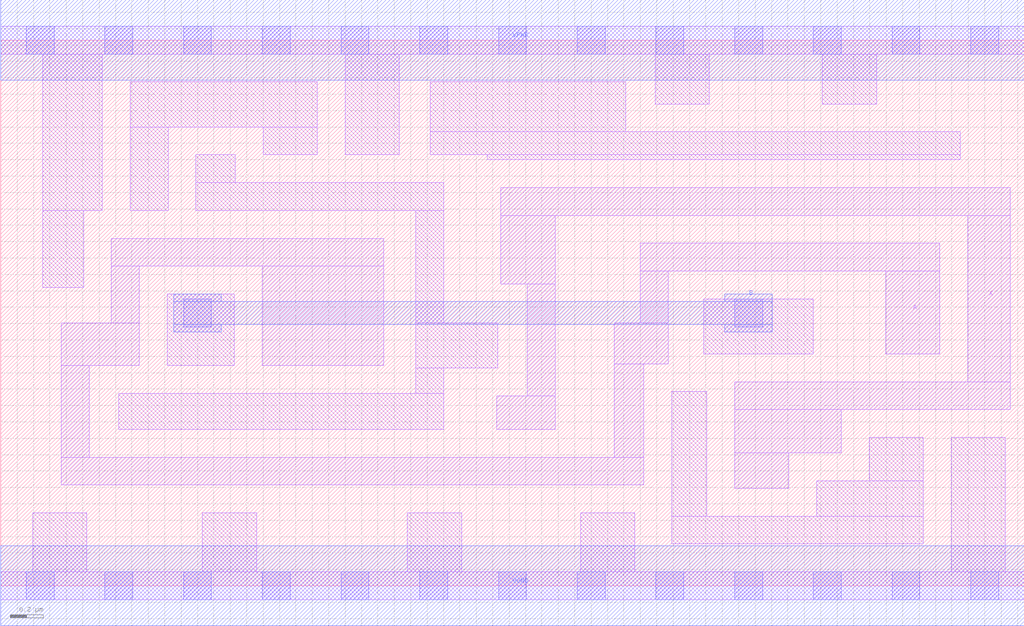
<source format=lef>
# Copyright 2020 The SkyWater PDK Authors
#
# Licensed under the Apache License, Version 2.0 (the "License");
# you may not use this file except in compliance with the License.
# You may obtain a copy of the License at
#
#     https://www.apache.org/licenses/LICENSE-2.0
#
# Unless required by applicable law or agreed to in writing, software
# distributed under the License is distributed on an "AS IS" BASIS,
# WITHOUT WARRANTIES OR CONDITIONS OF ANY KIND, either express or implied.
# See the License for the specific language governing permissions and
# limitations under the License.
#
# SPDX-License-Identifier: Apache-2.0

VERSION 5.7 ;
  NAMESCASESENSITIVE ON ;
  NOWIREEXTENSIONATPIN ON ;
  DIVIDERCHAR "/" ;
  BUSBITCHARS "[]" ;
UNITS
  DATABASE MICRONS 200 ;
END UNITS
MACRO sky130_fd_sc_lp__xor2_2
  CLASS CORE ;
  SOURCE USER ;
  FOREIGN sky130_fd_sc_lp__xor2_2 ;
  ORIGIN  0.000000  0.000000 ;
  SIZE  6.240000 BY  3.330000 ;
  SYMMETRY X Y R90 ;
  SITE unit ;
  PIN A
    ANTENNAGATEAREA  1.260000 ;
    DIRECTION INPUT ;
    USE SIGNAL ;
    PORT
      LAYER li1 ;
        RECT 0.370000 0.615000 3.920000 0.785000 ;
        RECT 0.370000 0.785000 0.540000 1.345000 ;
        RECT 0.370000 1.345000 0.845000 1.605000 ;
        RECT 0.675000 1.605000 0.845000 1.950000 ;
        RECT 0.675000 1.950000 2.335000 2.120000 ;
        RECT 1.595000 1.345000 2.335000 1.950000 ;
        RECT 3.740000 0.785000 3.920000 1.355000 ;
        RECT 3.740000 1.355000 4.070000 1.605000 ;
        RECT 3.900000 1.605000 4.070000 1.920000 ;
        RECT 3.900000 1.920000 5.725000 2.090000 ;
        RECT 5.395000 1.415000 5.725000 1.920000 ;
    END
  END A
  PIN B
    ANTENNAGATEAREA  1.260000 ;
    DIRECTION INPUT ;
    USE SIGNAL ;
    PORT
      LAYER met1 ;
        RECT 1.055000 1.550000 1.345000 1.595000 ;
        RECT 1.055000 1.595000 4.705000 1.735000 ;
        RECT 1.055000 1.735000 1.345000 1.780000 ;
        RECT 4.415000 1.550000 4.705000 1.595000 ;
        RECT 4.415000 1.735000 4.705000 1.780000 ;
    END
  END B
  PIN X
    ANTENNADIFFAREA  0.844200 ;
    DIRECTION OUTPUT ;
    USE SIGNAL ;
    PORT
      LAYER li1 ;
        RECT 3.025000 0.955000 3.380000 1.160000 ;
        RECT 3.050000 1.840000 3.380000 2.260000 ;
        RECT 3.050000 2.260000 6.155000 2.430000 ;
        RECT 3.210000 1.160000 3.380000 1.840000 ;
        RECT 4.475000 0.595000 4.805000 0.810000 ;
        RECT 4.475000 0.810000 5.125000 1.075000 ;
        RECT 4.475000 1.075000 6.155000 1.245000 ;
        RECT 5.895000 1.245000 6.155000 2.260000 ;
    END
  END X
  PIN VGND
    DIRECTION INOUT ;
    USE GROUND ;
    PORT
      LAYER met1 ;
        RECT 0.000000 -0.245000 6.240000 0.245000 ;
    END
  END VGND
  PIN VPWR
    DIRECTION INOUT ;
    USE POWER ;
    PORT
      LAYER met1 ;
        RECT 0.000000 3.085000 6.240000 3.575000 ;
    END
  END VPWR
  OBS
    LAYER li1 ;
      RECT 0.000000 -0.085000 6.240000 0.085000 ;
      RECT 0.000000  3.245000 6.240000 3.415000 ;
      RECT 0.195000  0.085000 0.525000 0.445000 ;
      RECT 0.255000  1.820000 0.505000 2.290000 ;
      RECT 0.255000  2.290000 0.620000 3.245000 ;
      RECT 0.720000  0.955000 2.700000 1.175000 ;
      RECT 0.790000  2.290000 1.020000 2.800000 ;
      RECT 0.790000  2.800000 1.930000 3.075000 ;
      RECT 1.015000  1.345000 1.425000 1.780000 ;
      RECT 1.190000  2.290000 2.700000 2.460000 ;
      RECT 1.190000  2.460000 1.430000 2.630000 ;
      RECT 1.230000  0.085000 1.560000 0.445000 ;
      RECT 1.600000  2.630000 1.930000 2.800000 ;
      RECT 2.100000  2.630000 2.430000 3.245000 ;
      RECT 2.480000  0.085000 2.810000 0.445000 ;
      RECT 2.530000  1.175000 2.700000 1.330000 ;
      RECT 2.530000  1.330000 3.030000 1.605000 ;
      RECT 2.530000  1.605000 2.700000 2.290000 ;
      RECT 2.620000  2.630000 5.850000 2.770000 ;
      RECT 2.620000  2.770000 3.810000 3.075000 ;
      RECT 2.965000  2.600000 5.850000 2.630000 ;
      RECT 3.535000  0.085000 3.865000 0.445000 ;
      RECT 3.990000  2.940000 4.320000 3.245000 ;
      RECT 4.090000  0.255000 5.625000 0.425000 ;
      RECT 4.090000  0.425000 4.305000 1.185000 ;
      RECT 4.285000  1.415000 4.955000 1.750000 ;
      RECT 4.975000  0.425000 5.625000 0.640000 ;
      RECT 5.010000  2.940000 5.340000 3.245000 ;
      RECT 5.295000  0.640000 5.625000 0.905000 ;
      RECT 5.795000  0.085000 6.125000 0.905000 ;
    LAYER mcon ;
      RECT 0.155000 -0.085000 0.325000 0.085000 ;
      RECT 0.155000  3.245000 0.325000 3.415000 ;
      RECT 0.635000 -0.085000 0.805000 0.085000 ;
      RECT 0.635000  3.245000 0.805000 3.415000 ;
      RECT 1.115000 -0.085000 1.285000 0.085000 ;
      RECT 1.115000  1.580000 1.285000 1.750000 ;
      RECT 1.115000  3.245000 1.285000 3.415000 ;
      RECT 1.595000 -0.085000 1.765000 0.085000 ;
      RECT 1.595000  3.245000 1.765000 3.415000 ;
      RECT 2.075000 -0.085000 2.245000 0.085000 ;
      RECT 2.075000  3.245000 2.245000 3.415000 ;
      RECT 2.555000 -0.085000 2.725000 0.085000 ;
      RECT 2.555000  3.245000 2.725000 3.415000 ;
      RECT 3.035000 -0.085000 3.205000 0.085000 ;
      RECT 3.035000  3.245000 3.205000 3.415000 ;
      RECT 3.515000 -0.085000 3.685000 0.085000 ;
      RECT 3.515000  3.245000 3.685000 3.415000 ;
      RECT 3.995000 -0.085000 4.165000 0.085000 ;
      RECT 3.995000  3.245000 4.165000 3.415000 ;
      RECT 4.475000 -0.085000 4.645000 0.085000 ;
      RECT 4.475000  1.580000 4.645000 1.750000 ;
      RECT 4.475000  3.245000 4.645000 3.415000 ;
      RECT 4.955000 -0.085000 5.125000 0.085000 ;
      RECT 4.955000  3.245000 5.125000 3.415000 ;
      RECT 5.435000 -0.085000 5.605000 0.085000 ;
      RECT 5.435000  3.245000 5.605000 3.415000 ;
      RECT 5.915000 -0.085000 6.085000 0.085000 ;
      RECT 5.915000  3.245000 6.085000 3.415000 ;
  END
END sky130_fd_sc_lp__xor2_2

</source>
